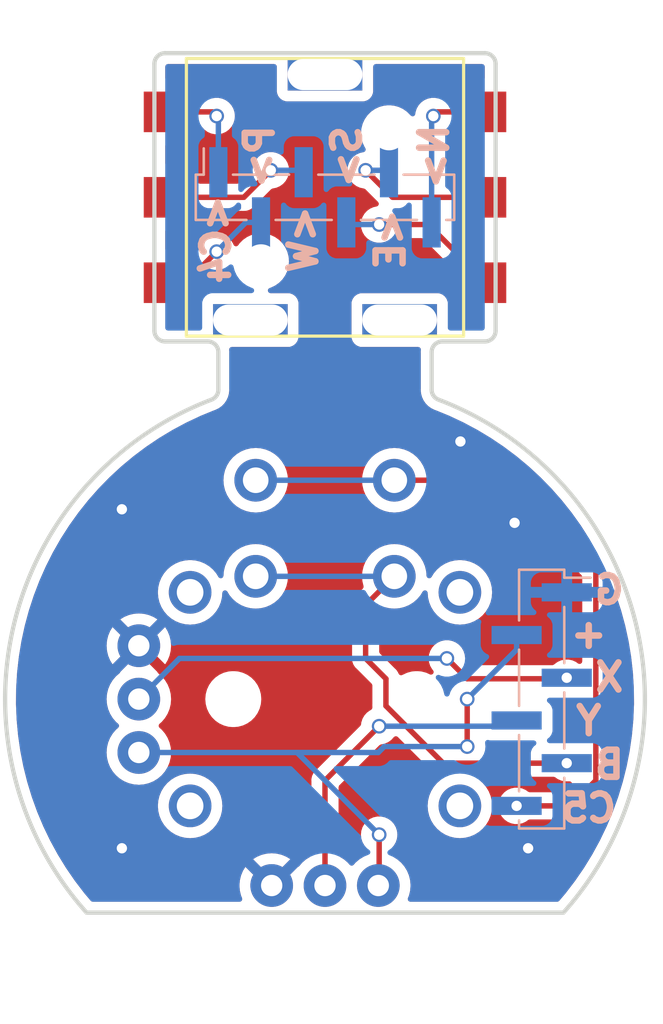
<source format=kicad_pcb>
(kicad_pcb (version 20211014) (generator pcbnew)
  (layers (0 "F.Cu" signal) (31 "B.Cu" signal) (34 "B.Paste" user) (35 "F.Paste" user) (36 "B.SilkS" user "B.Silkscreen") (37 "F.SilkS" user "F.Silkscreen") (38 "B.Mask" user) (39 "F.Mask" user) (44 "Edge.Cuts" user))
  (net 0 "")
  (net 1 "GND")
  (net 2 "/JB")
  (net 3 "VCC")
  (net 4 "/JY")
  (net 5 "/JX")
  (net 6 "/JC")
  (net 7 "/NP")
  (net 8 "/NW")
  (net 9 "/NS")
  (net 10 "/NE")
  (net 11 "/NN")
  (net 12 "/COL")
  (footprint "AndrewLib-Modules:JS5208" (layer "F.Cu") (at 0 -23.5)
    (fp_text reference "NS1")
    (fp_text value "JS5208")
    (fp_line (start 6.5 -6.5) (end -6.5 -6.5) (layer "F.SilkS") (width 0.15))
    (fp_line (start -6.5 6.5) (end 6.5 6.5) (layer "F.SilkS") (width 0.15))
    (fp_line (start -6.5 -6.5) (end -6.5 6.5) (layer "F.SilkS") (width 0.15))
    (fp_line (start 6.5 6.5) (end 6.5 -6.5) (layer "F.SilkS") (width 0.15))
    (pad "" np_thru_hole rect locked (at 3.5 5.75) (size 3.5 1.5) (drill oval 3.5 1.45) (layers *.Cu *.Mask))
    (pad "" np_thru_hole circle locked (at 3 -3) (size 1.6 1.6) (drill 1.6) (layers *.Cu *.Mask))
    (pad "" np_thru_hole rect locked (at -3.5 5.75) (size 3.5 1.5) (drill oval 3.5 1.45) (layers *.Cu *.Mask))
    (pad "" np_thru_hole rect locked (at 0 -5.75) (size 3.5 1.5) (drill oval 3.5 1.45) (layers *.Cu *.Mask))
    (pad "" np_thru_hole circle locked (at -3 3) (size 1.6 1.6) (drill 1.6) (layers *.Cu *.Mask))
    (pad "1" smd rect locked (at -7.5 -4) (size 2 1.9) (layers "F.Cu" "F.Paste" "F.Mask") (net 12 "/COL"))
    (pad "2" smd rect locked (at -7.5 0) (size 2 1.9) (layers "F.Cu" "F.Paste" "F.Mask") (net 8 "/NW"))
    (pad "3" smd rect locked (at -7.5 4) (size 2 1.9) (layers "F.Cu" "F.Paste" "F.Mask") (net 7 "/NP"))
    (pad "4" smd rect locked (at 7.5 -4) (size 2 1.9) (layers "F.Cu" "F.Paste" "F.Mask") (net 11 "/NN"))
    (pad "5" smd rect locked (at 7.5 0) (size 2 1.9) (layers "F.Cu" "F.Paste" "F.Mask") (net 10 "/NE"))
    (pad "6" smd rect locked (at 7.5 4) (size 2 1.9) (layers "F.Cu" "F.Paste" "F.Mask") (net 9 "/NS"))
  )
  (footprint "AndrewLib-Modules:Alps-RKJXV1224" (layer "F.Cu") (at 0 0 180)
    (fp_text reference "JS1")
    (fp_text value "Alps-_RKJXV122400R")
    (pad "" np_thru_hole circle (at 4.3 0 180) (size 1.6 1.6) (drill 1.6) (layers *.Cu *.Mask))
    (pad "" np_thru_hole circle (at -6.325 -5 180) (size 2 2) (drill 1.25) (layers F&B.Cu *.Mask))
    (pad "" np_thru_hole circle (at 6.325 -5 180) (size 2 2) (drill 1.25) (layers F&B.Cu *.Mask))
    (pad "" np_thru_hole circle (at 6.325 5 180) (size 2 2) (drill 1.25) (layers F&B.Cu *.Mask))
    (pad "" np_thru_hole circle (at -6.325 5 180) (size 2 2) (drill 1.25) (layers F&B.Cu *.Mask))
    (pad "" np_thru_hole circle (at -4.3 0 180) (size 1.6 1.6) (drill 1.6) (layers *.Cu *.Mask))
    (pad "1" thru_hole circle (at 2.5 -8.73 180) (size 2 2) (drill 1) (layers *.Cu *.Mask) (net 1 "GND"))
    (pad "1" thru_hole circle (at 8.73 2.5 180) (size 2 2) (drill 1) (layers *.Cu *.Mask) (net 1 "GND"))
    (pad "2" thru_hole circle (at -2.5 -8.73 180) (size 2 2) (drill 1) (layers *.Cu *.Mask) (net 3 "VCC"))
    (pad "2" thru_hole circle (at 8.73 -2.5 180) (size 2 2) (drill 1) (layers *.Cu *.Mask) (net 3 "VCC"))
    (pad "3" thru_hole circle (at 8.73 0 180) (size 2 2) (drill 1) (layers *.Cu *.Mask) (net 5 "/JX"))
    (pad "4" thru_hole circle (at 0 -8.73 180) (size 2 2) (drill 1) (layers *.Cu *.Mask) (net 4 "/JY"))
    (pad "5" thru_hole circle (at -3.25 5.75 180) (size 2 2) (drill 1.2) (layers *.Cu *.Mask) (net 2 "/JB"))
    (pad "5" thru_hole circle (at 3.25 5.75 180) (size 2 2) (drill 1.2) (layers *.Cu *.Mask) (net 2 "/JB"))
    (pad "6" thru_hole circle (at -3.25 10.25 180) (size 2 2) (drill 1.2) (layers *.Cu *.Mask) (net 6 "/JC"))
    (pad "6" thru_hole circle (at 3.25 10.25 180) (size 2 2) (drill 1.2) (layers *.Cu *.Mask) (net 6 "/JC"))
  )
  (footprint "Connector_PinHeader_2.00mm:PinHeader_1x06_P2.00mm_Vertical_SMD_Pin1Left" (layer "B.Cu") (at 10.16 0 180)
    (fp_text reference "J1")
    (fp_text value "Conn_01x06")
    (fp_line (start -1.06 0.315) (end -1.06 -2.315) (layer "B.SilkS") (width 0.12))
    (fp_line (start -1.06 -3.685) (end -1.06 -6.06) (layer "B.SilkS") (width 0.12))
    (fp_line (start -1.06 5.685) (end -2.29 5.685) (layer "B.SilkS") (width 0.12))
    (fp_line (start 1.06 -1.685) (end 1.06 -4.315) (layer "B.SilkS") (width 0.12))
    (fp_line (start -1.06 4.315) (end -1.06 1.685) (layer "B.SilkS") (width 0.12))
    (fp_line (start -1.06 6.06) (end -1.06 5.685) (layer "B.SilkS") (width 0.12))
    (fp_line (start 1.06 -5.685) (end 1.06 -6.06) (layer "B.SilkS") (width 0.12))
    (fp_line (start 1.06 2.315) (end 1.06 -0.315) (layer "B.SilkS") (width 0.12))
    (fp_line (start 1.06 6.06) (end 1.06 3.685) (layer "B.SilkS") (width 0.12))
    (fp_line (start -1.06 6.06) (end 1.06 6.06) (layer "B.SilkS") (width 0.12))
    (fp_line (start -1.06 -6.06) (end 1.06 -6.06) (layer "B.SilkS") (width 0.12))
    (pad "1" smd rect locked (at -1.175 5 180) (size 2.35 0.85) (layers "B.Cu" "B.Paste" "B.Mask") (net 1 "GND"))
    (pad "2" smd rect locked (at 1.175 3 180) (size 2.35 0.85) (layers "B.Cu" "B.Paste" "B.Mask") (net 3 "VCC"))
    (pad "3" smd rect locked (at -1.175 1 180) (size 2.35 0.85) (layers "B.Cu" "B.Paste" "B.Mask") (net 5 "/JX"))
    (pad "4" smd rect locked (at 1.175 -1 180) (size 2.35 0.85) (layers "B.Cu" "B.Paste" "B.Mask") (net 4 "/JY"))
    (pad "5" smd rect locked (at -1.175 -3 180) (size 2.35 0.85) (layers "B.Cu" "B.Paste" "B.Mask") (net 2 "/JB"))
    (pad "6" smd rect locked (at 1.175 -5 180) (size 2.35 0.85) (layers "B.Cu" "B.Paste" "B.Mask") (net 6 "/JC"))
  )
  (footprint "Connector_PinHeader_2.00mm:PinHeader_1x06_P2.00mm_Vertical_SMD_Pin1Left" (layer "B.Cu") (at 0 -23.5 -90)
    (fp_text reference "J2")
    (fp_text value "Conn_01x06")
    (fp_line (start 1.06 6.06) (end 1.06 3.685) (layer "B.SilkS") (width 0.12))
    (fp_line (start 1.06 -5.685) (end 1.06 -6.06) (layer "B.SilkS") (width 0.12))
    (fp_line (start -1.06 -3.685) (end -1.06 -6.06) (layer "B.SilkS") (width 0.12))
    (fp_line (start -1.06 0.315) (end -1.06 -2.315) (layer "B.SilkS") (width 0.12))
    (fp_line (start -1.06 -6.06) (end 1.06 -6.06) (layer "B.SilkS") (width 0.12))
    (fp_line (start -1.06 4.315) (end -1.06 1.685) (layer "B.SilkS") (width 0.12))
    (fp_line (start 1.06 -1.685) (end 1.06 -4.315) (layer "B.SilkS") (width 0.12))
    (fp_line (start -1.06 6.06) (end -1.06 5.685) (layer "B.SilkS") (width 0.12))
    (fp_line (start -1.06 6.06) (end 1.06 6.06) (layer "B.SilkS") (width 0.12))
    (fp_line (start 1.06 2.315) (end 1.06 -0.315) (layer "B.SilkS") (width 0.12))
    (fp_line (start -1.06 5.685) (end -2.29 5.685) (layer "B.SilkS") (width 0.12))
    (pad "1" smd rect (at -1.175 5 270) (size 2.35 0.85) (layers "B.Cu" "B.Paste" "B.Mask") (net 12 "/COL"))
    (pad "2" smd rect (at 1.175 3 270) (size 2.35 0.85) (layers "B.Cu" "B.Paste" "B.Mask") (net 7 "/NP"))
    (pad "3" smd rect (at -1.175 1 270) (size 2.35 0.85) (layers "B.Cu" "B.Paste" "B.Mask") (net 8 "/NW"))
    (pad "4" smd rect (at 1.175 -1 270) (size 2.35 0.85) (layers "B.Cu" "B.Paste" "B.Mask") (net 9 "/NS"))
    (pad "5" smd rect (at -1.175 -3 270) (size 2.35 0.85) (layers "B.Cu" "B.Paste" "B.Mask") (net 10 "/NE"))
    (pad "6" smd rect (at 1.175 -5 270) (size 2.35 0.85) (layers "B.Cu" "B.Paste" "B.Mask") (net 11 "/NN"))
  )
  (gr_line (start -7.499999 -16.750001) (end -5.499999 -16.750001) (layer "Edge.Cuts") (width 0.2))
  (gr_arc (start 5.322582 -14.023914) (mid 5.088474 -14.207397) (end 5.000001 -14.491378) (layer "Edge.Cuts") (width 0.2))
  (gr_arc (start 8.000001 -17.250001) (mid 7.853554 -16.896448) (end 7.500001 -16.750001) (layer "Edge.Cuts") (width 0.2))
  (gr_line (start -11.180339 9.999999) (end 11.180341 9.999999) (layer "Edge.Cuts") (width 0.2))
  (gr_line (start -7.999999 -29.750001) (end -7.999999 -17.250001) (layer "Edge.Cuts") (width 0.2))
  (gr_line (start 5.000001 -14.491378) (end 5.000001 -16.250001) (layer "Edge.Cuts") (width 0.2))
  (gr_arc (start 7.500001 -30.250001) (mid 7.853554 -30.103554) (end 8.000001 -29.750001) (layer "Edge.Cuts") (width 0.2))
  (gr_arc (start 5.322582 -14.023914) (mid 14.573048 -3.553352) (end 11.180341 9.999999) (layer "Edge.Cuts") (width 0.2))
  (gr_arc (start -7.499999 -16.750001) (mid -7.853552 -16.896448) (end -7.999999 -17.250001) (layer "Edge.Cuts") (width 0.2))
  (gr_arc (start -7.999999 -29.750001) (mid -7.853552 -30.103554) (end -7.499999 -30.250001) (layer "Edge.Cuts") (width 0.2))
  (gr_line (start -4.999999 -16.250001) (end -4.999999 -14.491378) (layer "Edge.Cuts") (width 0.2))
  (gr_line (start 5.500001 -16.750001) (end 7.500001 -16.750001) (layer "Edge.Cuts") (width 0.2))
  (gr_arc (start 5.000001 -16.250001) (mid 5.146448 -16.603554) (end 5.500001 -16.750001) (layer "Edge.Cuts") (width 0.2))
  (gr_line (start 8.000001 -17.250001) (end 8.000001 -29.750001) (layer "Edge.Cuts") (width 0.2))
  (gr_line (start 7.500001 -30.250001) (end -7.499999 -30.250001) (layer "Edge.Cuts") (width 0.2))
  (gr_arc (start -5.499999 -16.750001) (mid -5.146446 -16.603554) (end -4.999999 -16.250001) (layer "Edge.Cuts") (width 0.2))
  (gr_arc (start -4.999999 -14.491378) (mid -5.088472 -14.207397) (end -5.32258 -14.023914) (layer "Edge.Cuts") (width 0.2))
  (gr_arc (start -11.180339 9.999999) (mid -14.573046 -3.553352) (end -5.32258 -14.023914) (layer "Edge.Cuts") (width 0.2))
  (gr_text "G\n  +\nX\n  Y\nB\n  C5" (at 13.335 0) (layer "B.SilkS") (effects (font (size 1.27 1.27) (thickness 0.3048)) (justify mirror)))
  (gr_text "        <C4\nP>\n        <W\nS>\n        <E\nN>" (at 0 -25.4 90) (layer "B.SilkS") (effects (font (size 1.27 1.27) (thickness 0.3048)) (justify mirror)))
  (via (at -9.525 -8.89) (size 0.6858) (drill 0.4826) (layers "F.Cu" "B.Cu") (net 1))
  (via (at 6.35 -12.065) (size 0.6858) (drill 0.4826) (layers "F.Cu" "B.Cu") (net 1))
  (via (at 9.525 6.985) (size 0.6858) (drill 0.4826) (layers "F.Cu" "B.Cu") (net 1))
  (via (at -9.525 6.985) (size 0.6858) (drill 0.4826) (layers "F.Cu" "B.Cu") (net 1))
  (via (at 8.89 -8.255) (size 0.6858) (drill 0.4826) (layers "F.Cu" "B.Cu") (net 1))
  (segment (start 5.54 3) (end 11.335 3) (width 0.254) (layer "F.Cu") (net 2))
  (segment (start 1.905 -4.405) (end 1.905 -1.905) (width 0.254) (layer "F.Cu") (net 2))
  (segment (start 2.8575 0.3175) (end 5.54 3) (width 0.254) (layer "F.Cu") (net 2))
  (segment (start 2.8575 -0.9525) (end 2.8575 0.3175) (width 0.254) (layer "F.Cu") (net 2))
  (segment (start 1.905 -1.905) (end 2.8575 -0.9525) (width 0.254) (layer "F.Cu") (net 2))
  (segment (start 3.25 -5.75) (end 1.905 -4.405) (width 0.254) (layer "F.Cu") (net 2))
  (via (at 11.335 3) (size 0.6858) (drill 0.4826) (layers "F.Cu" "B.Cu") (net 2))
  (segment (start -3.25 -5.75) (end 3.25 -5.75) (width 0.254) (layer "B.Cu") (net 2))
  (segment (start 6.6675 0) (end 6.6675 2.2225) (width 0.254) (layer "F.Cu") (net 3))
  (segment (start 2.54 8.69) (end 2.5 8.73) (width 0.254) (layer "F.Cu") (net 3))
  (segment (start 2.54 6.35) (end 2.54 8.69) (width 0.254) (layer "F.Cu") (net 3))
  (via (at 2.54 6.35) (size 0.6858) (drill 0.4826) (layers "F.Cu" "B.Cu") (net 3))
  (via (at 6.6675 2.2225) (size 0.6858) (drill 0.4826) (layers "F.Cu" "B.Cu") (net 3))
  (via (at 6.6675 0) (size 0.6858) (drill 0.4826) (layers "F.Cu" "B.Cu") (net 3))
  (segment (start 8.985 -2.3175) (end 6.6675 0) (width 0.254) (layer "B.Cu") (net 3))
  (segment (start 2.7775 2.2225) (end 6.6675 2.2225) (width 0.254) (layer "B.Cu") (net 3))
  (segment (start -1.31 2.5) (end 2.5 2.5) (width 0.254) (layer "B.Cu") (net 3))
  (segment (start -1.31 2.5) (end 2.54 6.35) (width 0.254) (layer "B.Cu") (net 3))
  (segment (start 8.985 -3) (end 8.985 -2.3175) (width 0.254) (layer "B.Cu") (net 3))
  (segment (start -8.73 2.5) (end -1.31 2.5) (width 0.254) (layer "B.Cu") (net 3))
  (segment (start 2.5 2.5) (end 2.7775 2.2225) (width 0.254) (layer "B.Cu") (net 3))
  (segment (start 0 3.81) (end 2.54 1.27) (width 0.254) (layer "F.Cu") (net 4))
  (segment (start 0 8.73) (end 0 3.81) (width 0.254) (layer "F.Cu") (net 4))
  (via (at 2.54 1.27) (size 0.6858) (drill 0.4826) (layers "F.Cu" "B.Cu") (net 4))
  (segment (start 2.54 1.27) (end 8.715 1.27) (width 0.254) (layer "B.Cu") (net 4))
  (segment (start 8.715 1.27) (end 8.985 1) (width 0.254) (layer "B.Cu") (net 4))
  (segment (start 11.2875 -0.9525) (end 11.335 -1) (width 0.254) (layer "F.Cu") (net 5))
  (segment (start 6.6675 -0.9525) (end 11.2875 -0.9525) (width 0.254) (layer "F.Cu") (net 5))
  (segment (start 5.715 -1.905) (end 6.6675 -0.9525) (width 0.254) (layer "F.Cu") (net 5))
  (via (at 11.335 -1) (size 0.6858) (drill 0.4826) (layers "F.Cu" "B.Cu") (net 5))
  (via (at 5.715 -1.905) (size 0.6858) (drill 0.4826) (layers "F.Cu" "B.Cu") (net 5))
  (segment (start -8.73 0) (end -6.825 -1.905) (width 0.254) (layer "B.Cu") (net 5))
  (segment (start -6.825 -1.905) (end 5.715 -1.905) (width 0.254) (layer "B.Cu") (net 5))
  (segment (start 12.7 3.81) (end 11.51 5) (width 0.254) (layer "F.Cu") (net 6))
  (segment (start 12.7 -6.0325) (end 12.7 3.81) (width 0.254) (layer "F.Cu") (net 6))
  (segment (start 3.25 -10.25) (end 8.4825 -10.25) (width 0.254) (layer "F.Cu") (net 6))
  (segment (start 11.51 5) (end 8.985 5) (width 0.254) (layer "F.Cu") (net 6))
  (segment (start 8.4825 -10.25) (end 12.7 -6.0325) (width 0.254) (layer "F.Cu") (net 6))
  (via (at 8.985 5) (size 0.6858) (drill 0.4826) (layers "F.Cu" "B.Cu") (net 6))
  (segment (start -3.25 -10.25) (end 3.25 -10.25) (width 0.254) (layer "B.Cu") (net 6))
  (segment (start -7.5 -19.5) (end -6.535 -19.5) (width 0.254) (layer "F.Cu") (net 7))
  (segment (start -6.535 -19.5) (end -5.08 -20.955) (width 0.254) (layer "F.Cu") (net 7))
  (via (at -5.08 -20.955) (size 0.6858) (drill 0.4826) (layers "F.Cu" "B.Cu") (net 7))
  (segment (start -3.71 -22.325) (end -3 -22.325) (width 0.254) (layer "B.Cu") (net 7))
  (segment (start -5.08 -20.955) (end -3.71 -22.325) (width 0.254) (layer "B.Cu") (net 7))
  (segment (start -7.5 -23.5) (end -3.805 -23.5) (width 0.254) (layer "F.Cu") (net 8))
  (segment (start -3.805 -23.5) (end -2.54 -24.765) (width 0.254) (layer "F.Cu") (net 8))
  (via (at -2.54 -24.765) (size 0.6858) (drill 0.4826) (layers "F.Cu" "B.Cu") (net 8))
  (segment (start -1.09 -24.765) (end -1 -24.675) (width 0.254) (layer "B.Cu") (net 8))
  (segment (start -2.54 -24.765) (end -1.09 -24.765) (width 0.254) (layer "B.Cu") (net 8))
  (segment (start 4.84 -22.225) (end 2.54 -22.225) (width 0.254) (layer "F.Cu") (net 9))
  (segment (start 7.5 -19.565) (end 4.84 -22.225) (width 0.254) (layer "F.Cu") (net 9))
  (segment (start 7.5 -19.5) (end 7.5 -19.565) (width 0.254) (layer "F.Cu") (net 9))
  (via (at 2.54 -22.225) (size 0.6858) (drill 0.4826) (layers "F.Cu" "B.Cu") (net 9))
  (segment (start 2.54 -22.225) (end 1.1 -22.225) (width 0.254) (layer "B.Cu") (net 9))
  (segment (start 1.1 -22.225) (end 1 -22.325) (width 0.254) (layer "B.Cu") (net 9))
  (segment (start 7.5 -23.5) (end 3.17 -23.5) (width 0.254) (layer "F.Cu") (net 10))
  (segment (start 3.17 -23.5) (end 1.905 -24.765) (width 0.254) (layer "F.Cu") (net 10))
  (via (at 1.905 -24.765) (size 0.6858) (drill 0.4826) (layers "F.Cu" "B.Cu") (net 10))
  (segment (start 1.905 -24.765) (end 2.91 -24.765) (width 0.254) (layer "B.Cu") (net 10))
  (segment (start 2.91 -24.765) (end 3 -24.675) (width 0.254) (layer "B.Cu") (net 10))
  (segment (start 5.275 -27.5) (end 5.08 -27.305) (width 0.254) (layer "F.Cu") (net 11))
  (segment (start 7.5 -27.5) (end 5.275 -27.5) (width 0.254) (layer "F.Cu") (net 11))
  (via (at 5.08 -27.305) (size 0.6858) (drill 0.4826) (layers "F.Cu" "B.Cu") (net 11))
  (segment (start 5 -27.225) (end 5 -22.325) (width 0.254) (layer "B.Cu") (net 11))
  (segment (start 5.08 -27.305) (end 5 -27.225) (width 0.254) (layer "B.Cu") (net 11))
  (segment (start -5.275 -27.5) (end -5.08 -27.305) (width 0.254) (layer "F.Cu") (net 12))
  (segment (start -7.5 -27.5) (end -5.275 -27.5) (width 0.254) (layer "F.Cu") (net 12))
  (via (at -5.08 -27.305) (size 0.6858) (drill 0.4826) (layers "F.Cu" "B.Cu") (net 12))
  (segment (start -5.08 -27.305) (end -5 -27.225) (width 0.254) (layer "B.Cu") (net 12))
  (segment (start -5 -27.225) (end -5 -24.675) (width 0.254) (layer "B.Cu") (net 12))
  (zone (net 1) (net_name "GND") (layers F&B.Cu) (connect_pads (clearance 0.508)) (min_thickness 0.254) (fill yes (thermal_gap 0.508) (thermal_bridge_width 0.508))
    (polygon (pts (xy 15.24 15.24) (xy -15.24 15.24) (xy -15.24 -32.74) (xy 15.24 -32.74)))
  )
)
</source>
